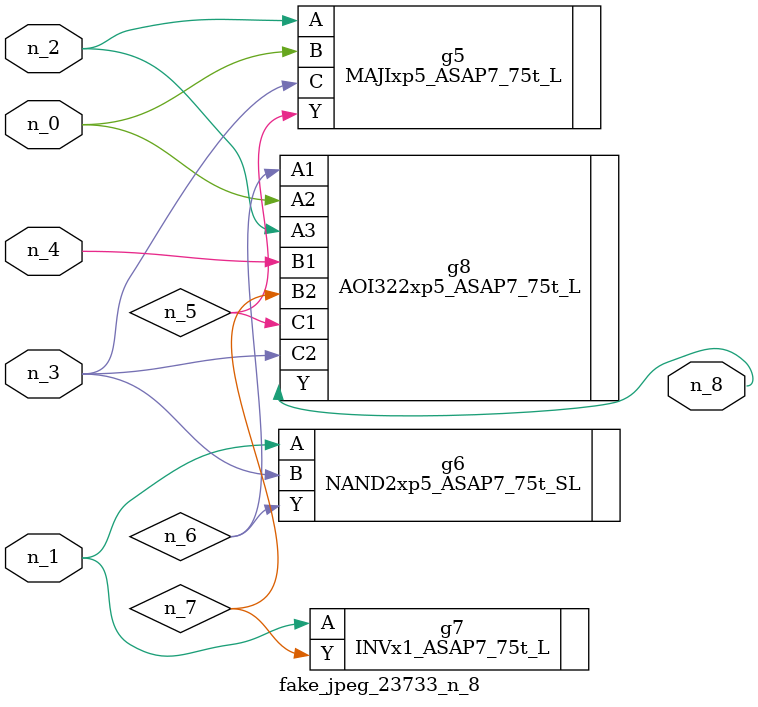
<source format=v>
module fake_jpeg_23733_n_8 (n_3, n_2, n_1, n_0, n_4, n_8);

input n_3;
input n_2;
input n_1;
input n_0;
input n_4;

output n_8;

wire n_6;
wire n_5;
wire n_7;

MAJIxp5_ASAP7_75t_L g5 ( 
.A(n_2),
.B(n_0),
.C(n_3),
.Y(n_5)
);

NAND2xp5_ASAP7_75t_SL g6 ( 
.A(n_1),
.B(n_3),
.Y(n_6)
);

INVx1_ASAP7_75t_L g7 ( 
.A(n_1),
.Y(n_7)
);

AOI322xp5_ASAP7_75t_L g8 ( 
.A1(n_6),
.A2(n_0),
.A3(n_2),
.B1(n_4),
.B2(n_7),
.C1(n_5),
.C2(n_3),
.Y(n_8)
);


endmodule
</source>
